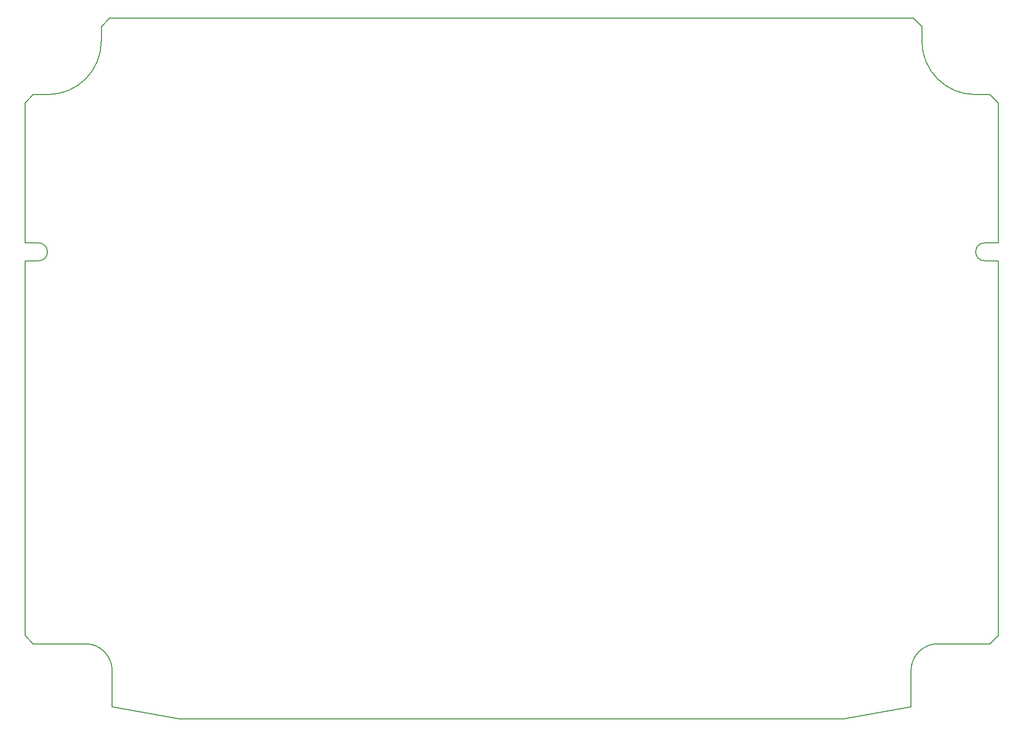
<source format=gko>
G75*
G70*
%OFA0B0*%
%FSLAX25Y25*%
%IPPOS*%
%LPD*%
%AMOC8*
5,1,8,0,0,1.08239X$1,22.5*
%
%ADD10C,0.00787*%
X0000000Y0000000D02*
%LPD*%
G01*
D10*
X0543150Y0000000D02*
X0587855Y0007874D01*
X0050630Y0449370D02*
X0050630Y0458999D01*
X0009055Y0315551D02*
G75*
G02*
X0009055Y0303740I0000001J-005906D01*
G01*
X0630472Y0413937D02*
G75*
G02*
X0595039Y0449370I0000000J0035433D01*
G01*
X0057874Y0007874D02*
X0057874Y0032315D01*
X0040157Y0049803D02*
G75*
G02*
X0057874Y0032315I-000185J-017905D01*
G01*
X0636614Y0315551D02*
X0645669Y0315551D01*
X0587795Y0031843D02*
G75*
G02*
X0605855Y0049803I0017989J-000028D01*
G01*
X0000000Y0055371D02*
X0000000Y0303740D01*
X0015197Y0413937D02*
X0005568Y0413937D01*
X0589472Y0464567D02*
X0056198Y0464567D01*
X0640102Y0049803D02*
X0605855Y0049803D01*
X0009055Y0303740D02*
X0000000Y0303740D01*
X0587855Y0007874D02*
X0587795Y0031843D01*
X0543150Y0000000D02*
X0102520Y0000000D01*
X0645669Y0055371D02*
X0645669Y0303740D01*
X0050630Y0458999D02*
X0056198Y0464567D01*
X0645669Y0315551D02*
X0645669Y0408369D01*
X0595039Y0458999D02*
X0589472Y0464567D01*
X0009055Y0315551D02*
X0000000Y0315551D01*
X0102520Y0000000D02*
X0057874Y0007874D01*
X0645669Y0408369D02*
X0640102Y0413937D01*
X0630472Y0413937D02*
X0640102Y0413937D01*
X0636614Y0303740D02*
X0645669Y0303740D01*
X0645669Y0055371D02*
X0640102Y0049803D01*
X0050630Y0449370D02*
G75*
G02*
X0015197Y0413937I-035433J0000000D01*
G01*
X0000000Y0408369D02*
X0005568Y0413937D01*
X0595039Y0449370D02*
X0595039Y0458999D01*
X0636614Y0303740D02*
G75*
G02*
X0636614Y0315551I0000000J0005906D01*
G01*
X0000000Y0315551D02*
X0000000Y0408369D01*
X0000000Y0055371D02*
X0005568Y0049803D01*
X0005568Y0049803D02*
X0040157Y0049803D01*
X0155659Y0382900D02*
G01*
G75*
X0346801Y0360827D02*
G01*
G75*
X0154380Y0232171D02*
G01*
G75*
X0154774Y0171836D02*
G01*
G75*
X0150049Y0172349D02*
G01*
G75*
X0374311Y0173278D02*
G01*
G75*
X0105285Y0328895D02*
G01*
G75*
X0304590Y0168158D02*
G01*
G75*
X0067106Y0260650D02*
G01*
G75*
X0124902Y0295374D02*
G01*
G75*
X0451612Y0145321D02*
G01*
G75*
X0281543Y0227035D02*
G01*
G75*
M02*

</source>
